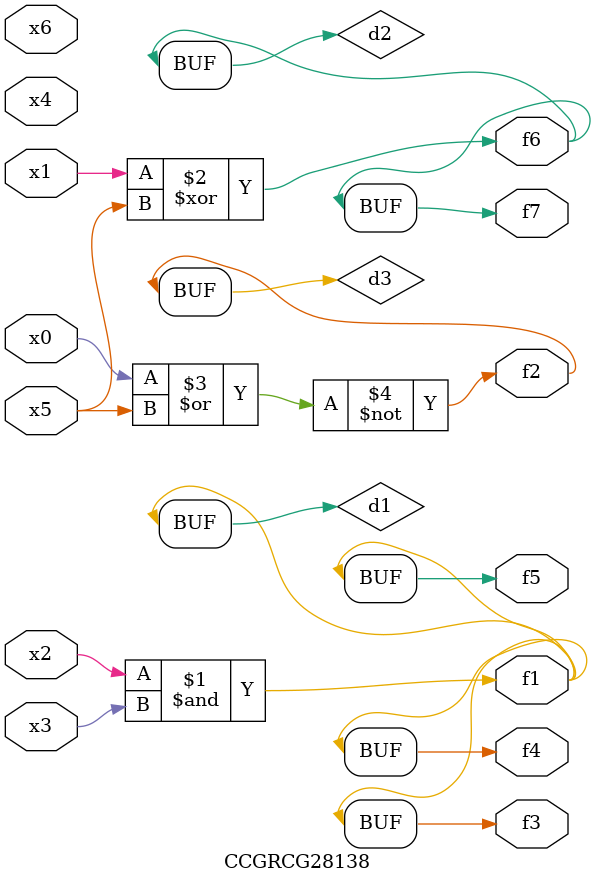
<source format=v>
module CCGRCG28138(
	input x0, x1, x2, x3, x4, x5, x6,
	output f1, f2, f3, f4, f5, f6, f7
);

	wire d1, d2, d3;

	and (d1, x2, x3);
	xor (d2, x1, x5);
	nor (d3, x0, x5);
	assign f1 = d1;
	assign f2 = d3;
	assign f3 = d1;
	assign f4 = d1;
	assign f5 = d1;
	assign f6 = d2;
	assign f7 = d2;
endmodule

</source>
